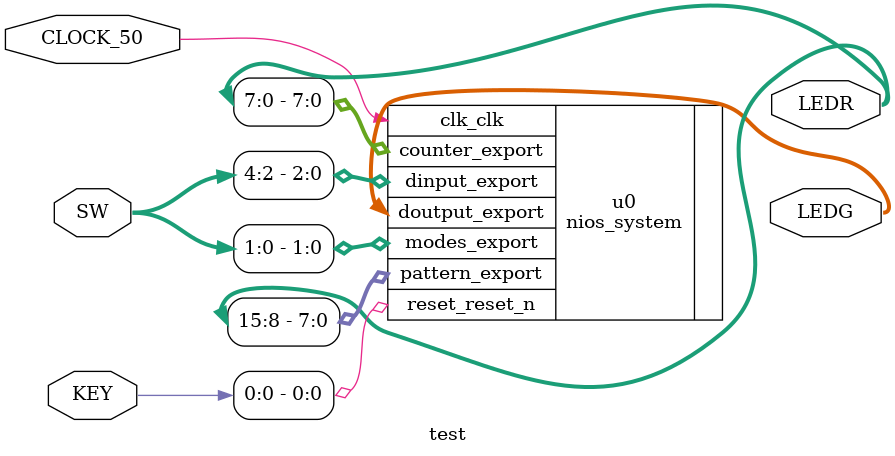
<source format=v>
module test (
	// inputs of the top-level-design 
	input CLOCK_50, 		   // clock
	input [3:0] KEY,			// reset 
	input [4:0] SW,
	output [15:0] LEDR, 
	output [7:0] LEDG
	
);
	
	nios_system u0 (
		
		.clk_clk        (CLOCK_50),        //     clk.clk
		.doutput_export (LEDG), // doutput.export
		.dinput_export  (SW[4:2]),  //  dinput.export
		.reset_reset_n  (KEY[0]),  //   reset.reset_n
		.counter_export (LEDR[7:0]), // counter.export
		.modes_export (SW[1:0]), // modes_1.export
		.pattern_export (LEDR[15:8])  // pattern.export
	);

	
	endmodule 
</source>
